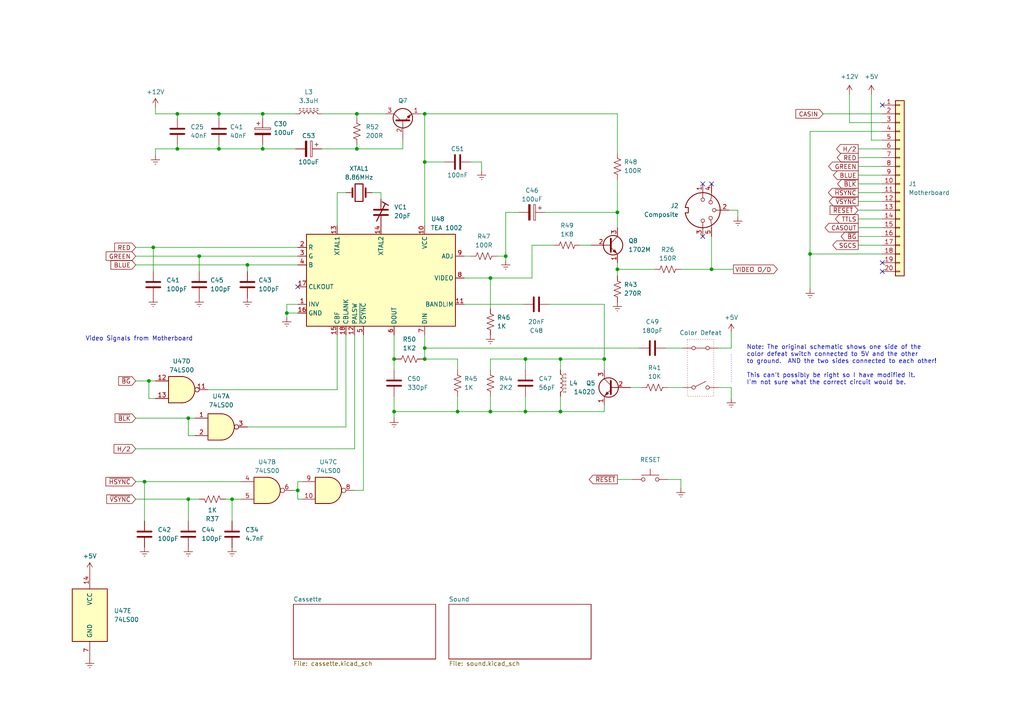
<source format=kicad_sch>
(kicad_sch (version 20230121) (generator eeschema)
  (paper "A4")
  (title_block (title "Dick Smith Cat Linear Board (PAL Version)") (date "1984") (company "Video Technology, Ltd.") (comment 2 "Schematic Redrawn by Rhys Weatherley") (comment 3 "PAL Encoder"))
  (lib_symbols
    (symbol "74xx:74LS00" (pin_names (offset 1.016))
      (property "Reference" "U" (at 0 1.27 0))
      (property "Value" "74LS00" (at 0 -1.27 0))
      (symbol "74LS00_1_1"
        (arc (start 0 -3.81) (mid 3.7934 0) (end 0 3.81) (stroke (width 0.254)) (fill (type background)))
        (polyline (pts (xy 0 3.81) (xy -3.81 3.81) (xy -3.81 -3.81) (xy 0 -3.81)) (stroke (width 0.254)) (fill (type background)))
        (pin input line (at -7.62 2.54 0) (length 3.81) (name "~") (number "1"))
        (pin input line (at -7.62 -2.54 0) (length 3.81) (name "~") (number "2"))
        (pin output inverted (at 7.62 0 180) (length 3.81) (name "~") (number "3"))
      )
      (symbol "74LS00_1_2"
        (arc (start -3.81 -3.81) (mid -2.589 0) (end -3.81 3.81) (stroke (width 0.254)))
        (arc (start -0.6096 -3.81) (mid 2.1842 -2.5851) (end 3.81 0) (stroke (width 0.254)) (fill (type background)))
        (polyline (pts (xy -3.81 -3.81) (xy -0.635 -3.81)) (stroke (width 0.254)) (fill (type background)))
        (polyline (pts (xy -3.81 3.81) (xy -0.635 3.81)) (stroke (width 0.254)) (fill (type background)))
        (polyline (pts (xy -0.635 3.81) (xy -3.81 3.81) (xy -3.81 3.81) (xy -3.556 3.4036) (xy -3.0226 2.2606) (xy -2.6924 1.0414) (xy -2.6162 -0.254) (xy -2.7686 -1.4986) (xy -3.175 -2.7178) (xy -3.81 -3.81) (xy -3.81 -3.81) (xy -0.635 -3.81)) (stroke (width -25.4)) (fill (type background)))
        (arc (start 3.81 0) (mid 2.1915 2.5936) (end -0.6096 3.81) (stroke (width 0.254)) (fill (type background)))
        (pin input inverted (at -7.62 2.54 0) (length 4.318) (name "~") (number "1"))
        (pin input inverted (at -7.62 -2.54 0) (length 4.318) (name "~") (number "2"))
        (pin output line (at 7.62 0 180) (length 3.81) (name "~") (number "3"))
      )
      (symbol "74LS00_2_1"
        (arc (start 0 -3.81) (mid 3.7934 0) (end 0 3.81) (stroke (width 0.254)) (fill (type background)))
        (polyline (pts (xy 0 3.81) (xy -3.81 3.81) (xy -3.81 -3.81) (xy 0 -3.81)) (stroke (width 0.254)) (fill (type background)))
        (pin input line (at -7.62 2.54 0) (length 3.81) (name "~") (number "4"))
        (pin input line (at -7.62 -2.54 0) (length 3.81) (name "~") (number "5"))
        (pin output inverted (at 7.62 0 180) (length 3.81) (name "~") (number "6"))
      )
      (symbol "74LS00_2_2"
        (arc (start -3.81 -3.81) (mid -2.589 0) (end -3.81 3.81) (stroke (width 0.254)))
        (arc (start -0.6096 -3.81) (mid 2.1842 -2.5851) (end 3.81 0) (stroke (width 0.254)) (fill (type background)))
        (polyline (pts (xy -3.81 -3.81) (xy -0.635 -3.81)) (stroke (width 0.254)) (fill (type background)))
        (polyline (pts (xy -3.81 3.81) (xy -0.635 3.81)) (stroke (width 0.254)) (fill (type background)))
        (polyline (pts (xy -0.635 3.81) (xy -3.81 3.81) (xy -3.81 3.81) (xy -3.556 3.4036) (xy -3.0226 2.2606) (xy -2.6924 1.0414) (xy -2.6162 -0.254) (xy -2.7686 -1.4986) (xy -3.175 -2.7178) (xy -3.81 -3.81) (xy -3.81 -3.81) (xy -0.635 -3.81)) (stroke (width -25.4)) (fill (type background)))
        (arc (start 3.81 0) (mid 2.1915 2.5936) (end -0.6096 3.81) (stroke (width 0.254)) (fill (type background)))
        (pin input inverted (at -7.62 2.54 0) (length 4.318) (name "~") (number "4"))
        (pin input inverted (at -7.62 -2.54 0) (length 4.318) (name "~") (number "5"))
        (pin output line (at 7.62 0 180) (length 3.81) (name "~") (number "6"))
      )
      (symbol "74LS00_3_1"
        (arc (start 0 -3.81) (mid 3.7934 0) (end 0 3.81) (stroke (width 0.254)) (fill (type background)))
        (polyline (pts (xy 0 3.81) (xy -3.81 3.81) (xy -3.81 -3.81) (xy 0 -3.81)) (stroke (width 0.254)) (fill (type background)))
        (pin input line (at -7.62 -2.54 0) (length 3.81) (name "~") (number "10"))
        (pin output inverted (at 7.62 0 180) (length 3.81) (name "~") (number "8"))
        (pin input line (at -7.62 2.54 0) (length 3.81) (name "~") (number "9"))
      )
      (symbol "74LS00_3_2"
        (arc (start -3.81 -3.81) (mid -2.589 0) (end -3.81 3.81) (stroke (width 0.254)))
        (arc (start -0.6096 -3.81) (mid 2.1842 -2.5851) (end 3.81 0) (stroke (width 0.254)) (fill (type background)))
        (polyline (pts (xy -3.81 -3.81) (xy -0.635 -3.81)) (stroke (width 0.254)) (fill (type background)))
        (polyline (pts (xy -3.81 3.81) (xy -0.635 3.81)) (stroke (width 0.254)) (fill (type background)))
        (polyline (pts (xy -0.635 3.81) (xy -3.81 3.81) (xy -3.81 3.81) (xy -3.556 3.4036) (xy -3.0226 2.2606) (xy -2.6924 1.0414) (xy -2.6162 -0.254) (xy -2.7686 -1.4986) (xy -3.175 -2.7178) (xy -3.81 -3.81) (xy -3.81 -3.81) (xy -0.635 -3.81)) (stroke (width -25.4)) (fill (type background)))
        (arc (start 3.81 0) (mid 2.1915 2.5936) (end -0.6096 3.81) (stroke (width 0.254)) (fill (type background)))
        (pin input inverted (at -7.62 -2.54 0) (length 4.318) (name "~") (number "10"))
        (pin output line (at 7.62 0 180) (length 3.81) (name "~") (number "8"))
        (pin input inverted (at -7.62 2.54 0) (length 4.318) (name "~") (number "9"))
      )
      (symbol "74LS00_4_1"
        (arc (start 0 -3.81) (mid 3.7934 0) (end 0 3.81) (stroke (width 0.254)) (fill (type background)))
        (polyline (pts (xy 0 3.81) (xy -3.81 3.81) (xy -3.81 -3.81) (xy 0 -3.81)) (stroke (width 0.254)) (fill (type background)))
        (pin output inverted (at 7.62 0 180) (length 3.81) (name "~") (number "11"))
        (pin input line (at -7.62 2.54 0) (length 3.81) (name "~") (number "12"))
        (pin input line (at -7.62 -2.54 0) (length 3.81) (name "~") (number "13"))
      )
      (symbol "74LS00_4_2"
        (arc (start -3.81 -3.81) (mid -2.589 0) (end -3.81 3.81) (stroke (width 0.254)))
        (arc (start -0.6096 -3.81) (mid 2.1842 -2.5851) (end 3.81 0) (stroke (width 0.254)) (fill (type background)))
        (polyline (pts (xy -3.81 -3.81) (xy -0.635 -3.81)) (stroke (width 0.254)) (fill (type background)))
        (polyline (pts (xy -3.81 3.81) (xy -0.635 3.81)) (stroke (width 0.254)) (fill (type background)))
        (polyline (pts (xy -0.635 3.81) (xy -3.81 3.81) (xy -3.81 3.81) (xy -3.556 3.4036) (xy -3.0226 2.2606) (xy -2.6924 1.0414) (xy -2.6162 -0.254) (xy -2.7686 -1.4986) (xy -3.175 -2.7178) (xy -3.81 -3.81) (xy -3.81 -3.81) (xy -0.635 -3.81)) (stroke (width -25.4)) (fill (type background)))
        (arc (start 3.81 0) (mid 2.1915 2.5936) (end -0.6096 3.81) (stroke (width 0.254)) (fill (type background)))
        (pin output line (at 7.62 0 180) (length 3.81) (name "~") (number "11"))
        (pin input inverted (at -7.62 2.54 0) (length 4.318) (name "~") (number "12"))
        (pin input inverted (at -7.62 -2.54 0) (length 4.318) (name "~") (number "13"))
      )
      (symbol "74LS00_5_0"
        (pin power_in line (at 0 12.7 270) (length 5.08) (name "VCC") (number "14"))
        (pin power_in line (at 0 -12.7 90) (length 5.08) (name "GND") (number "7"))
      )
      (symbol "74LS00_5_1"
        (rectangle (start -5.08 7.62) (end 5.08 -7.62) (stroke (width 0.254)) (fill (type background)))
      )
    )
    (symbol "Color_Defeat:Color_Defeat" (pin_names (offset 0) hide)
      (property "Reference" "SW" (at 0 3.81 0))
      (property "Value" "Color Defeat" (at 0 -15.24 0))
      (symbol "Color_Defeat_0_0"
        (circle (center -2.032 -11.43) (radius 0.508))
        (circle (center -2.032 0) (radius 0.508))
        (polyline (pts (xy -1.524 -11.176) (xy 1.524 -9.652)))
        (circle (center 2.032 -11.43) (radius 0.508))
        (circle (center 2.032 0) (radius 0.508))
      )
      (symbol "Color_Defeat_0_1"
        (polyline (pts (xy -1.524 0) (xy 1.524 0)))
      )
      (symbol "Color_Defeat_1_1"
        (rectangle (start -3.81 2.54) (end 3.81 -13.97) (stroke (width 0) (type dot)))
        (pin passive line (at -5.08 0 0) (length 2.54) (name "A") (number ""))
        (pin passive line (at 5.08 0 180) (length 2.54) (name "B") (number ""))
        (pin passive line (at 5.08 -11.43 180) (length 2.54) (name "C") (number ""))
        (pin passive line (at -5.08 -11.43 0) (length 2.54) (name "D") (number ""))
      )
    )
    (symbol "Connector:DIN-5_180degree" (pin_names (offset 1.016))
      (property "Reference" "J" (at 3.175 5.715 0))
      (property "Value" "DIN-5_180degree" (at 0 -6.35 0))
      (symbol "DIN-5_180degree_0_1"
        (arc (start -5.08 0) (mid -3.8609 -3.3364) (end -0.762 -5.08) (stroke (width 0.254)))
        (circle (center -3.048 0) (radius 0.508))
        (circle (center -2.286 2.286) (radius 0.508))
        (polyline (pts (xy -5.08 0) (xy -3.556 0)))
        (polyline (pts (xy 0 5.08) (xy 0 3.81)))
        (polyline (pts (xy 5.08 0) (xy 3.556 0)))
        (polyline (pts (xy -5.08 2.54) (xy -4.318 2.54) (xy -2.794 2.286)))
        (polyline (pts (xy 5.08 2.54) (xy 4.318 2.54) (xy 2.794 2.286)))
        (polyline (pts (xy -0.762 -4.953) (xy -0.762 -4.191) (xy 0.762 -4.191) (xy 0.762 -4.953)) (stroke (width 0.254)))
        (circle (center 0 3.302) (radius 0.508))
        (arc (start 0.762 -5.08) (mid 3.8685 -3.343) (end 5.08 0) (stroke (width 0.254)))
        (circle (center 2.286 2.286) (radius 0.508))
        (circle (center 3.048 0) (radius 0.508))
        (arc (start 5.08 0) (mid 0 5.0579) (end -5.08 0) (stroke (width 0.254)))
      )
      (symbol "DIN-5_180degree_1_1"
        (pin passive line (at -7.62 0 0) (length 2.54) (name "~") (number "1"))
        (pin passive line (at 0 7.62 270) (length 2.54) (name "~") (number "2"))
        (pin passive line (at 7.62 0 180) (length 2.54) (name "~") (number "3"))
        (pin passive line (at -7.62 2.54 0) (length 2.54) (name "~") (number "4"))
        (pin passive line (at 7.62 2.54 180) (length 2.54) (name "~") (number "5"))
      )
    )
    (symbol "Connector_Generic:Conn_01x20" (pin_names (offset 1.016) hide)
      (property "Reference" "J" (at 0 25.4 0))
      (property "Value" "Conn_01x20" (at 0 -27.94 0))
      (symbol "Conn_01x20_1_1"
        (rectangle (start -1.27 -25.273) (end 0 -25.527) (stroke (width 0.1524)))
        (rectangle (start -1.27 -22.733) (end 0 -22.987) (stroke (width 0.1524)))
        (rectangle (start -1.27 -20.193) (end 0 -20.447) (stroke (width 0.1524)))
        (rectangle (start -1.27 -17.653) (end 0 -17.907) (stroke (width 0.1524)))
        (rectangle (start -1.27 -15.113) (end 0 -15.367) (stroke (width 0.1524)))
        (rectangle (start -1.27 -12.573) (end 0 -12.827) (stroke (width 0.1524)))
        (rectangle (start -1.27 -10.033) (end 0 -10.287) (stroke (width 0.1524)))
        (rectangle (start -1.27 -7.493) (end 0 -7.747) (stroke (width 0.1524)))
        (rectangle (start -1.27 -4.953) (end 0 -5.207) (stroke (width 0.1524)))
        (rectangle (start -1.27 -2.413) (end 0 -2.667) (stroke (width 0.1524)))
        (rectangle (start -1.27 0.127) (end 0 -0.127) (stroke (width 0.1524)))
        (rectangle (start -1.27 2.667) (end 0 2.413) (stroke (width 0.1524)))
        (rectangle (start -1.27 5.207) (end 0 4.953) (stroke (width 0.1524)))
        (rectangle (start -1.27 7.747) (end 0 7.493) (stroke (width 0.1524)))
        (rectangle (start -1.27 10.287) (end 0 10.033) (stroke (width 0.1524)))
        (rectangle (start -1.27 12.827) (end 0 12.573) (stroke (width 0.1524)))
        (rectangle (start -1.27 15.367) (end 0 15.113) (stroke (width 0.1524)))
        (rectangle (start -1.27 17.907) (end 0 17.653) (stroke (width 0.1524)))
        (rectangle (start -1.27 20.447) (end 0 20.193) (stroke (width 0.1524)))
        (rectangle (start -1.27 22.987) (end 0 22.733) (stroke (width 0.1524)))
        (rectangle (start -1.27 24.13) (end 1.27 -26.67) (stroke (width 0.254)) (fill (type background)))
        (pin passive line (at -5.08 22.86 0) (length 3.81) (name "Pin_1") (number "1"))
        (pin passive line (at -5.08 0 0) (length 3.81) (name "Pin_10") (number "10"))
        (pin passive line (at -5.08 -2.54 0) (length 3.81) (name "Pin_11") (number "11"))
        (pin passive line (at -5.08 -5.08 0) (length 3.81) (name "Pin_12") (number "12"))
        (pin passive line (at -5.08 -7.62 0) (length 3.81) (name "Pin_13") (number "13"))
        (pin passive line (at -5.08 -10.16 0) (length 3.81) (name "Pin_14") (number "14"))
        (pin passive line (at -5.08 -12.7 0) (length 3.81) (name "Pin_15") (number "15"))
        (pin passive line (at -5.08 -15.24 0) (length 3.81) (name "Pin_16") (number "16"))
        (pin passive line (at -5.08 -17.78 0) (length 3.81) (name "Pin_17") (number "17"))
        (pin passive line (at -5.08 -20.32 0) (length 3.81) (name "Pin_18") (number "18"))
        (pin passive line (at -5.08 -22.86 0) (length 3.81) (name "Pin_19") (number "19"))
        (pin passive line (at -5.08 20.32 0) (length 3.81) (name "Pin_2") (number "2"))
        (pin passive line (at -5.08 -25.4 0) (length 3.81) (name "Pin_20") (number "20"))
        (pin passive line (at -5.08 17.78 0) (length 3.81) (name "Pin_3") (number "3"))
        (pin passive line (at -5.08 15.24 0) (length 3.81) (name "Pin_4") (number "4"))
        (pin passive line (at -5.08 12.7 0) (length 3.81) (name "Pin_5") (number "5"))
        (pin passive line (at -5.08 10.16 0) (length 3.81) (name "Pin_6") (number "6"))
        (pin passive line (at -5.08 7.62 0) (length 3.81) (name "Pin_7") (number "7"))
        (pin passive line (at -5.08 5.08 0) (length 3.81) (name "Pin_8") (number "8"))
        (pin passive line (at -5.08 2.54 0) (length 3.81) (name "Pin_9") (number "9"))
      )
    )
    (symbol "Device:C" (pin_numbers hide) (pin_names (offset 0.254))
      (property "Reference" "C" (at 0.635 2.54 0))
      (property "Value" "C" (at 0.635 -2.54 0))
      (symbol "C_0_1"
        (polyline (pts (xy -2.032 -0.762) (xy 2.032 -0.762)) (stroke (width 0.508)))
        (polyline (pts (xy -2.032 0.762) (xy 2.032 0.762)) (stroke (width 0.508)))
      )
      (symbol "C_1_1"
        (pin passive line (at 0 3.81 270) (length 2.794) (name "~") (number "1"))
        (pin passive line (at 0 -3.81 90) (length 2.794) (name "~") (number "2"))
      )
    )
    (symbol "Device:C_Polarized" (pin_numbers hide) (pin_names (offset 0.254))
      (property "Reference" "C" (at 0.635 2.54 0))
      (property "Value" "C_Polarized" (at 0.635 -2.54 0))
      (symbol "C_Polarized_0_1"
        (rectangle (start -2.286 0.508) (end 2.286 1.016))
        (polyline (pts (xy -1.778 2.286) (xy -0.762 2.286)))
        (polyline (pts (xy -1.27 2.794) (xy -1.27 1.778)))
        (rectangle (start 2.286 -0.508) (end -2.286 -1.016) (fill (type outline)))
      )
      (symbol "C_Polarized_1_1"
        (pin passive line (at 0 3.81 270) (length 2.794) (name "~") (number "1"))
        (pin passive line (at 0 -3.81 90) (length 2.794) (name "~") (number "2"))
      )
    )
    (symbol "Device:C_Trim" (pin_numbers hide) (pin_names (offset 0.254) hide)
      (property "Reference" "C" (at 1.524 -2.032 0))
      (property "Value" "C_Trim" (at 3.048 -3.556 0))
      (symbol "C_Trim_0_1"
        (polyline (pts (xy -2.032 -0.762) (xy 2.032 -0.762)) (stroke (width 0.508)))
        (polyline (pts (xy -2.032 0.762) (xy 2.032 0.762)) (stroke (width 0.508)))
        (polyline (pts (xy 1.27 2.54) (xy -1.27 -2.54)) (stroke (width 0.3048)))
        (polyline (pts (xy 1.27 2.54) (xy 0.381 3.048)) (stroke (width 0.3048)))
        (polyline (pts (xy 1.27 2.54) (xy 2.159 2.032)) (stroke (width 0.3048)))
      )
      (symbol "C_Trim_1_1"
        (pin passive line (at 0 3.81 270) (length 3.048) (name "~") (number "1"))
        (pin passive line (at 0 -3.81 90) (length 3.048) (name "~") (number "2"))
      )
    )
    (symbol "Device:Crystal" (pin_numbers hide) (pin_names (offset 1.016) hide)
      (property "Reference" "Y" (at 0 3.81 0))
      (property "Value" "Crystal" (at 0 -3.81 0))
      (symbol "Crystal_0_1"
        (rectangle (start -1.143 2.54) (end 1.143 -2.54) (stroke (width 0.3048)))
        (polyline (pts (xy -2.54 0) (xy -1.905 0)))
        (polyline (pts (xy -1.905 -1.27) (xy -1.905 1.27)) (stroke (width 0.508)))
        (polyline (pts (xy 1.905 -1.27) (xy 1.905 1.27)) (stroke (width 0.508)))
        (polyline (pts (xy 2.54 0) (xy 1.905 0)))
      )
      (symbol "Crystal_1_1"
        (pin passive line (at -3.81 0 0) (length 1.27) (name "1") (number "1"))
        (pin passive line (at 3.81 0 180) (length 1.27) (name "2") (number "2"))
      )
    )
    (symbol "Device:L_Ferrite" (pin_numbers hide) (pin_names (offset 1.016) hide)
      (property "Reference" "L" (at -1.27 0 90))
      (property "Value" "L_Ferrite" (at 2.794 0 90))
      (symbol "L_Ferrite_0_1"
        (arc (start 0 -2.54) (mid 0.6323 -1.905) (end 0 -1.27))
        (arc (start 0 -1.27) (mid 0.6323 -0.635) (end 0 0))
        (polyline (pts (xy 1.016 -2.794) (xy 1.016 -2.286)))
        (polyline (pts (xy 1.016 -1.778) (xy 1.016 -1.27)))
        (polyline (pts (xy 1.016 -0.762) (xy 1.016 -0.254)))
        (polyline (pts (xy 1.016 0.254) (xy 1.016 0.762)))
        (polyline (pts (xy 1.016 1.27) (xy 1.016 1.778)))
        (polyline (pts (xy 1.016 2.286) (xy 1.016 2.794)))
        (polyline (pts (xy 1.524 -2.286) (xy 1.524 -2.794)))
        (polyline (pts (xy 1.524 -1.27) (xy 1.524 -1.778)))
        (polyline (pts (xy 1.524 -0.254) (xy 1.524 -0.762)))
        (polyline (pts (xy 1.524 0.762) (xy 1.524 0.254)))
        (polyline (pts (xy 1.524 1.778) (xy 1.524 1.27)))
        (polyline (pts (xy 1.524 2.794) (xy 1.524 2.286)))
        (arc (start 0 0) (mid 0.6323 0.635) (end 0 1.27))
        (arc (start 0 1.27) (mid 0.6323 1.905) (end 0 2.54))
      )
      (symbol "L_Ferrite_1_1"
        (pin passive line (at 0 3.81 270) (length 1.27) (name "1") (number "1"))
        (pin passive line (at 0 -3.81 90) (length 1.27) (name "2") (number "2"))
      )
    )
    (symbol "Device:Q_NPN_EBC" (pin_names (offset 0) hide)
      (property "Reference" "Q" (at 5.08 1.27 0))
      (property "Value" "Q_NPN_EBC" (at 5.08 -1.27 0))
      (symbol "Q_NPN_EBC_0_1"
        (polyline (pts (xy 0.635 0.635) (xy 2.54 2.54)))
        (polyline (pts (xy 0.635 -0.635) (xy 2.54 -2.54) (xy 2.54 -2.54)))
        (polyline (pts (xy 0.635 1.905) (xy 0.635 -1.905) (xy 0.635 -1.905)) (stroke (width 0.508)))
        (polyline (pts (xy 1.27 -1.778) (xy 1.778 -1.27) (xy 2.286 -2.286) (xy 1.27 -1.778) (xy 1.27 -1.778)) (fill (type outline)))
        (circle (center 1.27 0) (radius 2.8194) (stroke (width 0.254)))
      )
      (symbol "Q_NPN_EBC_1_1"
        (pin passive line (at 2.54 -5.08 90) (length 2.54) (name "E") (number "1"))
        (pin passive line (at -5.08 0 0) (length 5.715) (name "B") (number "2"))
        (pin passive line (at 2.54 5.08 270) (length 2.54) (name "C") (number "3"))
      )
    )
    (symbol "Device:R_US" (pin_numbers hide) (pin_names (offset 0))
      (property "Reference" "R" (at 2.54 0 90))
      (property "Value" "R_US" (at -2.54 0 90))
      (symbol "R_US_0_1"
        (polyline (pts (xy 0 -2.286) (xy 0 -2.54)))
        (polyline (pts (xy 0 2.286) (xy 0 2.54)))
        (polyline (pts (xy 0 -0.762) (xy 1.016 -1.143) (xy 0 -1.524) (xy -1.016 -1.905) (xy 0 -2.286)))
        (polyline (pts (xy 0 0.762) (xy 1.016 0.381) (xy 0 0) (xy -1.016 -0.381) (xy 0 -0.762)))
        (polyline (pts (xy 0 2.286) (xy 1.016 1.905) (xy 0 1.524) (xy -1.016 1.143) (xy 0 0.762)))
      )
      (symbol "R_US_1_1"
        (pin passive line (at 0 3.81 270) (length 1.27) (name "~") (number "1"))
        (pin passive line (at 0 -3.81 90) (length 1.27) (name "~") (number "2"))
      )
    )
    (symbol "Switch:SW_Push" (pin_numbers hide) (pin_names (offset 1.016) hide)
      (property "Reference" "SW" (at 1.27 2.54 0))
      (property "Value" "SW_Push" (at 0 -1.524 0))
      (symbol "SW_Push_0_1"
        (circle (center -2.032 0) (radius 0.508))
        (polyline (pts (xy 0 1.27) (xy 0 3.048)))
        (polyline (pts (xy 2.54 1.27) (xy -2.54 1.27)))
        (circle (center 2.032 0) (radius 0.508))
        (pin passive line (at -5.08 0 0) (length 2.54) (name "1") (number "1"))
        (pin passive line (at 5.08 0 180) (length 2.54) (name "2") (number "2"))
      )
    )
    (symbol "TEA1002:TEA1002"
      (property "Reference" "U" (at 15.24 3.81 0))
      (property "Value" "TEA1002" (at 17.78 1.27 0))
      (symbol "TEA1002_1_1"
        (rectangle (start -21.59 0) (end 21.59 -26.67) (stroke (width 0.25)) (fill (type background)))
        (pin input line (at -24.13 -20.32 0) (length 2.54) (name "INV") (number "1"))
        (pin power_in line (at 12.7 2.54 270) (length 2.54) (name "VCC") (number "10"))
        (pin input line (at 24.13 -20.32 180) (length 2.54) (name "BANDLIM") (number "11"))
        (pin input line (at -7.62 -29.21 90) (length 2.54) (name "PALSW") (number "12"))
        (pin output line (at -12.7 2.54 270) (length 2.54) (name "XTAL1") (number "13"))
        (pin input line (at 0 2.54 270) (length 2.54) (name "XTAL2") (number "14"))
        (pin input line (at -12.7 -29.21 90) (length 2.54) (name "CBF") (number "15"))
        (pin input line (at -24.13 -22.86 0) (length 2.54) (name "GND") (number "16"))
        (pin output line (at -24.13 -15.24 0) (length 2.54) (name "CLKOUT") (number "17"))
        (pin input line (at -10.16 -29.21 90) (length 2.54) (name "CBLANK") (number "18"))
        (pin input line (at -24.13 -3.81 0) (length 2.54) (name "R") (number "2"))
        (pin input line (at -24.13 -6.35 0) (length 2.54) (name "G") (number "3"))
        (pin input line (at -24.13 -8.89 0) (length 2.54) (name "B") (number "4"))
        (pin input line (at -5.08 -29.21 90) (length 2.54) (name "~{CSYNC}") (number "5"))
        (pin output line (at 3.81 -29.21 90) (length 2.54) (name "DOUT") (number "6"))
        (pin input line (at 12.7 -29.21 90) (length 2.54) (name "DIN") (number "7"))
        (pin output line (at 24.13 -12.7 180) (length 2.54) (name "VIDEO") (number "8"))
        (pin input line (at 24.13 -6.35 180) (length 2.54) (name "ADJ") (number "9"))
      )
    )
    (symbol "power:+12V" (power) (pin_names (offset 0))
      (property "Value" "+12V" (at 0 3.556 0))
      (symbol "+12V_0_1"
        (polyline (pts (xy -0.762 1.27) (xy 0 2.54)))
        (polyline (pts (xy 0 0) (xy 0 2.54)))
        (polyline (pts (xy 0 2.54) (xy 0.762 1.27)))
      )
      (symbol "+12V_1_1"
        (pin power_in line (at 0 0 90) (length 0) hide (name "+12V") (number "1"))
      )
    )
    (symbol "power:+5V" (power) (pin_names (offset 0))
      (property "Value" "+5V" (at 0 3.556 0))
      (symbol "+5V_0_1"
        (polyline (pts (xy -0.762 1.27) (xy 0 2.54)))
        (polyline (pts (xy 0 0) (xy 0 2.54)))
        (polyline (pts (xy 0 2.54) (xy 0.762 1.27)))
      )
      (symbol "+5V_1_1"
        (pin power_in line (at 0 0 90) (length 0) hide (name "+5V") (number "1"))
      )
    )
    (symbol "power:Earth" (power) (pin_names (offset 0))
      (symbol "Earth_0_1"
        (polyline (pts (xy -0.635 -1.905) (xy 0.635 -1.905)))
        (polyline (pts (xy -0.127 -2.54) (xy 0.127 -2.54)))
        (polyline (pts (xy 0 -1.27) (xy 0 0)))
        (polyline (pts (xy 1.27 -1.27) (xy -1.27 -1.27)))
      )
      (symbol "Earth_1_1"
        (pin power_in line (at 0 0 270) (length 0) hide (name "Earth") (number "1"))
      )
    )
  )
  (junction (at 76.2 33.02))
  (junction (at 43.18 110.49))
  (junction (at 57.785 74.295))
  (junction (at 179.07 61.595))
  (junction (at 63.5 33.02))
  (junction (at 63.5 43.18))
  (junction (at 123.19 100.965))
  (junction (at 51.435 43.18))
  (junction (at 51.435 33.02))
  (junction (at 83.185 90.805))
  (junction (at 123.19 33.02))
  (junction (at 152.4 104.14))
  (junction (at 54.61 144.78))
  (junction (at 103.505 33.02))
  (junction (at 179.07 78.105))
  (junction (at 132.715 119.38))
  (junction (at 114.3 119.38))
  (junction (at 142.24 119.38))
  (junction (at 71.755 76.835))
  (junction (at 142.24 80.645))
  (junction (at 44.45 71.755))
  (junction (at 175.26 104.14))
  (junction (at 103.505 43.18))
  (junction (at 162.56 119.38))
  (junction (at 152.4 119.38))
  (junction (at 86.36 142.24))
  (junction (at 76.2 43.18))
  (junction (at 123.19 104.14))
  (junction (at 54.61 121.285))
  (junction (at 123.19 46.99))
  (junction (at 114.3 104.14))
  (junction (at 67.31 144.78))
  (junction (at 41.91 139.7))
  (junction (at 162.56 104.14))
  (junction (at 234.95 73.66))
  (junction (at 146.685 74.295))
  (junction (at 206.375 78.105))
  (no_connect (at 203.835 53.34))
  (no_connect (at 255.905 78.74))
  (no_connect (at 255.905 30.48))
  (no_connect (at 203.835 68.58))
  (no_connect (at 206.375 53.34))
  (no_connect (at 86.36 83.185))
  (no_connect (at 255.905 76.2))
  (wire (pts (xy 76.2 43.18) (xy 85.725 43.18)))
  (wire (pts (xy 97.79 65.405) (xy 97.79 55.88)))
  (wire (pts (xy 146.685 61.595) (xy 146.685 74.295)))
  (wire (pts (xy 248.92 53.34) (xy 255.905 53.34)))
  (wire (pts (xy 152.4 104.14) (xy 152.4 107.315)))
  (wire (pts (xy 111.76 33.02) (xy 103.505 33.02)))
  (wire (pts (xy 234.95 73.66) (xy 255.905 73.66)))
  (wire (pts (xy 175.26 117.475) (xy 175.26 119.38)))
  (wire (pts (xy 142.24 80.645) (xy 154.305 80.645)))
  (wire (pts (xy 206.375 78.105) (xy 212.725 78.105)))
  (wire (pts (xy 86.36 88.265) (xy 83.185 88.265)))
  (wire (pts (xy 57.785 74.295) (xy 86.36 74.295)))
  (wire (pts (xy 41.91 139.7) (xy 69.85 139.7)))
  (wire (pts (xy 150.495 61.595) (xy 146.685 61.595)))
  (wire (pts (xy 234.95 38.1) (xy 234.95 73.66)))
  (wire (pts (xy 146.685 74.295) (xy 146.685 75.565)))
  (wire (pts (xy 134.62 74.295) (xy 136.525 74.295)))
  (wire (pts (xy 39.37 71.755) (xy 44.45 71.755)))
  (wire (pts (xy 139.7 46.99) (xy 139.7 49.53)))
  (wire (pts (xy 97.79 113.03) (xy 97.79 97.155)))
  (wire (pts (xy 136.525 46.99) (xy 139.7 46.99)))
  (wire (pts (xy 110.49 57.785) (xy 110.49 55.88)))
  (wire (pts (xy 114.3 97.155) (xy 114.3 104.14)))
  (wire (pts (xy 123.19 100.965) (xy 185.42 100.965)))
  (wire (pts (xy 86.36 142.24) (xy 86.36 139.7)))
  (wire (pts (xy 134.62 80.645) (xy 142.24 80.645)))
  (wire (pts (xy 162.56 119.38) (xy 152.4 119.38)))
  (wire (pts (xy 252.73 27.305) (xy 252.73 40.64)))
  (wire (pts (xy 39.37 110.49) (xy 43.18 110.49)))
  (wire (pts (xy 54.61 121.285) (xy 56.515 121.285)))
  (wire (pts (xy 248.92 55.88) (xy 255.905 55.88)))
  (wire (pts (xy 175.26 104.14) (xy 175.26 107.315)))
  (wire (pts (xy 103.505 41.91) (xy 103.505 43.18)))
  (wire (pts (xy 71.755 76.835) (xy 86.36 76.835)))
  (wire (pts (xy 63.5 33.02) (xy 63.5 34.29)))
  (wire (pts (xy 71.755 123.825) (xy 100.33 123.825)))
  (wire (pts (xy 179.07 61.595) (xy 179.07 66.04)))
  (wire (pts (xy 39.37 76.835) (xy 71.755 76.835)))
  (wire (pts (xy 159.385 88.265) (xy 175.26 88.265)))
  (wire (pts (xy 103.505 33.02) (xy 103.505 34.29)))
  (wire (pts (xy 208.28 112.395) (xy 212.09 112.395)))
  (wire (pts (xy 179.07 139.065) (xy 183.515 139.065)))
  (wire (pts (xy 45.085 31.115) (xy 45.085 33.02)))
  (wire (pts (xy 76.2 33.02) (xy 76.2 34.29)))
  (wire (pts (xy 152.4 104.14) (xy 162.56 104.14)))
  (wire (pts (xy 86.36 139.7) (xy 87.63 139.7)))
  (wire (pts (xy 43.18 110.49) (xy 45.085 110.49)))
  (wire (pts (xy 51.435 33.02) (xy 63.5 33.02)))
  (wire (pts (xy 44.45 71.755) (xy 44.45 78.74)))
  (wire (pts (xy 208.28 100.965) (xy 212.09 100.965)))
  (wire (pts (xy 45.085 45.085) (xy 45.085 43.18)))
  (wire (pts (xy 212.09 112.395) (xy 212.09 115.57)))
  (wire (pts (xy 142.24 119.38) (xy 132.715 119.38)))
  (wire (pts (xy 57.785 74.295) (xy 57.785 78.74)))
  (wire (pts (xy 168.275 71.12) (xy 171.45 71.12)))
  (wire (pts (xy 54.61 144.78) (xy 57.785 144.78)))
  (wire (pts (xy 86.36 144.78) (xy 86.36 142.24)))
  (wire (pts (xy 197.485 139.065) (xy 197.485 141.605)))
  (wire (pts (xy 39.37 130.175) (xy 102.87 130.175)))
  (wire (pts (xy 193.675 139.065) (xy 197.485 139.065)))
  (wire (pts (xy 63.5 43.18) (xy 76.2 43.18)))
  (wire (pts (xy 182.88 112.395) (xy 186.055 112.395)))
  (wire (pts (xy 67.31 144.78) (xy 67.31 151.13)))
  (wire (pts (xy 60.325 113.03) (xy 97.79 113.03)))
  (wire (pts (xy 85.09 142.24) (xy 86.36 142.24)))
  (wire (pts (xy 41.91 139.7) (xy 41.91 151.13)))
  (wire (pts (xy 179.07 76.2) (xy 179.07 78.105)))
  (wire (pts (xy 45.085 115.57) (xy 43.18 115.57)))
  (wire (pts (xy 162.56 104.14) (xy 175.26 104.14)))
  (wire (pts (xy 248.92 58.42) (xy 255.905 58.42)))
  (wire (pts (xy 54.61 144.78) (xy 54.61 151.13)))
  (wire (pts (xy 76.2 33.02) (xy 85.725 33.02)))
  (wire (pts (xy 93.345 33.02) (xy 103.505 33.02)))
  (wire (pts (xy 132.715 119.38) (xy 114.3 119.38)))
  (wire (pts (xy 56.515 126.365) (xy 54.61 126.365)))
  (wire (pts (xy 179.07 52.07) (xy 179.07 61.595)))
  (wire (pts (xy 67.31 144.78) (xy 69.85 144.78)))
  (wire (pts (xy 179.07 78.105) (xy 189.865 78.105)))
  (wire (pts (xy 65.405 144.78) (xy 67.31 144.78)))
  (wire (pts (xy 51.435 43.18) (xy 63.5 43.18)))
  (wire (pts (xy 114.3 119.38) (xy 114.3 121.285)))
  (wire (pts (xy 116.84 43.18) (xy 116.84 40.64)))
  (wire (pts (xy 248.92 43.18) (xy 255.905 43.18)))
  (wire (pts (xy 83.185 88.265) (xy 83.185 90.805)))
  (wire (pts (xy 39.37 74.295) (xy 57.785 74.295)))
  (wire (pts (xy 175.26 119.38) (xy 162.56 119.38)))
  (wire (pts (xy 97.79 55.88) (xy 100.33 55.88)))
  (wire (pts (xy 248.92 60.96) (xy 255.905 60.96)))
  (wire (pts (xy 114.3 114.935) (xy 114.3 119.38)))
  (wire (pts (xy 132.715 104.14) (xy 123.19 104.14)))
  (wire (pts (xy 123.19 46.99) (xy 128.905 46.99)))
  (wire (pts (xy 212.09 96.52) (xy 212.09 100.965)))
  (wire (pts (xy 105.41 97.155) (xy 105.41 142.24)))
  (wire (pts (xy 248.92 48.26) (xy 255.905 48.26)))
  (wire (pts (xy 123.19 46.99) (xy 123.19 33.02)))
  (wire (pts (xy 154.305 80.645) (xy 154.305 71.12)))
  (wire (pts (xy 234.95 73.66) (xy 234.95 83.82)))
  (wire (pts (xy 102.87 130.175) (xy 102.87 97.155)))
  (wire (pts (xy 246.38 27.305) (xy 246.38 35.56)))
  (wire (pts (xy 197.485 78.105) (xy 206.375 78.105)))
  (wire (pts (xy 100.33 123.825) (xy 100.33 97.155)))
  (wire (pts (xy 162.56 104.14) (xy 162.56 107.315)))
  (wire (pts (xy 248.92 68.58) (xy 255.905 68.58)))
  (wire (pts (xy 132.715 114.935) (xy 132.715 119.38)))
  (wire (pts (xy 39.37 144.78) (xy 54.61 144.78)))
  (wire (pts (xy 45.085 33.02) (xy 51.435 33.02)))
  (wire (pts (xy 193.675 112.395) (xy 198.12 112.395)))
  (wire (pts (xy 154.305 71.12) (xy 160.655 71.12)))
  (wire (pts (xy 162.56 114.935) (xy 162.56 119.38)))
  (wire (pts (xy 121.92 33.02) (xy 123.19 33.02)))
  (wire (pts (xy 122.555 104.14) (xy 123.19 104.14)))
  (wire (pts (xy 39.37 121.285) (xy 54.61 121.285)))
  (wire (pts (xy 179.07 33.02) (xy 179.07 44.45)))
  (wire (pts (xy 134.62 88.265) (xy 151.765 88.265)))
  (wire (pts (xy 43.18 115.57) (xy 43.18 110.49)))
  (wire (pts (xy 51.435 41.91) (xy 51.435 43.18)))
  (wire (pts (xy 132.715 107.315) (xy 132.715 104.14)))
  (wire (pts (xy 248.92 63.5) (xy 255.905 63.5)))
  (wire (pts (xy 246.38 35.56) (xy 255.905 35.56)))
  (wire (pts (xy 83.185 90.805) (xy 86.36 90.805)))
  (wire (pts (xy 102.87 142.24) (xy 105.41 142.24)))
  (wire (pts (xy 175.26 88.265) (xy 175.26 104.14)))
  (wire (pts (xy 63.5 41.91) (xy 63.5 43.18)))
  (wire (pts (xy 238.76 33.02) (xy 255.905 33.02)))
  (wire (pts (xy 71.755 76.835) (xy 71.755 78.74)))
  (wire (pts (xy 63.5 33.02) (xy 76.2 33.02)))
  (wire (pts (xy 51.435 33.02) (xy 51.435 34.29)))
  (wire (pts (xy 234.95 38.1) (xy 255.905 38.1)))
  (wire (pts (xy 123.19 97.155) (xy 123.19 100.965)))
  (wire (pts (xy 142.24 80.645) (xy 142.24 89.535)))
  (wire (pts (xy 152.4 114.935) (xy 152.4 119.38)))
  (wire (pts (xy 144.145 74.295) (xy 146.685 74.295)))
  (wire (pts (xy 213.995 60.96) (xy 213.995 62.865)))
  (wire (pts (xy 142.24 104.14) (xy 152.4 104.14)))
  (wire (pts (xy 83.185 90.805) (xy 83.185 92.075)))
  (wire (pts (xy 252.73 40.64) (xy 255.905 40.64)))
  (wire (pts (xy 206.375 68.58) (xy 206.375 78.105)))
  (wire (pts (xy 44.45 71.755) (xy 86.36 71.755)))
  (wire (pts (xy 114.935 104.14) (xy 114.3 104.14)))
  (wire (pts (xy 93.345 43.18) (xy 103.505 43.18)))
  (wire (pts (xy 76.2 41.91) (xy 76.2 43.18)))
  (wire (pts (xy 193.04 100.965) (xy 198.12 100.965)))
  (wire (pts (xy 248.92 71.12) (xy 255.905 71.12)))
  (polyline (pts (xy 212.09 102.87) (xy 212.09 111.125)) (stroke (width 0) (type dot)))
  (wire (pts (xy 248.92 50.8) (xy 255.905 50.8)))
  (wire (pts (xy 142.24 107.315) (xy 142.24 104.14)))
  (wire (pts (xy 107.95 55.88) (xy 110.49 55.88)))
  (wire (pts (xy 248.92 45.72) (xy 255.905 45.72)))
  (wire (pts (xy 142.24 114.935) (xy 142.24 119.38)))
  (wire (pts (xy 114.3 104.14) (xy 114.3 107.315)))
  (wire (pts (xy 248.92 66.04) (xy 255.905 66.04)))
  (wire (pts (xy 39.37 139.7) (xy 41.91 139.7)))
  (wire (pts (xy 123.19 65.405) (xy 123.19 46.99)))
  (wire (pts (xy 45.085 43.18) (xy 51.435 43.18)))
  (wire (pts (xy 54.61 126.365) (xy 54.61 121.285)))
  (wire (pts (xy 211.455 60.96) (xy 213.995 60.96)))
  (wire (pts (xy 123.19 104.14) (xy 123.19 100.965)))
  (wire (pts (xy 123.19 33.02) (xy 179.07 33.02)))
  (wire (pts (xy 179.07 78.105) (xy 179.07 80.01)))
  (wire (pts (xy 87.63 144.78) (xy 86.36 144.78)))
  (wire (pts (xy 158.115 61.595) (xy 179.07 61.595)))
  (wire (pts (xy 152.4 119.38) (xy 142.24 119.38)))
  (wire (pts (xy 103.505 43.18) (xy 116.84 43.18)))
  (text "Video Signals from Motherboard" (at 24.765 99.06 0) (effects (font (size 1.27 1.27)) (justify left bottom)))
  (text "Note: The original schematic shows one side of the\ncolor defeat switch connected to 5V and the other\nto ground.  AND the two sides connected to each other!\n\nThis can't possibly be right so I have modified it.\nI'm not sure what the correct circuit would be." (at 216.535 111.76 0) (effects (font (size 1.27 1.27)) (justify left bottom)))
  (global_label "~{BG}" (shape output) (at 248.92 68.58 180) (property "Intersheetrefs" "${INTERSHEET_REFS}" (effects hide)))
  (global_label "~{HSYNC}" (shape input) (at 39.37 139.7 180) (property "Intersheetrefs" "${INTERSHEET_REFS}" (effects hide)))
  (global_label "RED" (shape output) (at 248.92 45.72 180) (property "Intersheetrefs" "${INTERSHEET_REFS}" (effects hide)))
  (global_label "CASOUT" (shape output) (at 248.92 66.04 180) (property "Intersheetrefs" "${INTERSHEET_REFS}" (effects hide)))
  (global_label "~{BG}" (shape input) (at 39.37 110.49 180) (property "Intersheetrefs" "${INTERSHEET_REFS}" (effects hide)))
  (global_label "BLUE" (shape input) (at 39.37 76.835 180) (property "Intersheetrefs" "${INTERSHEET_REFS}" (effects hide)))
  (global_label "SGCS" (shape output) (at 248.92 71.12 180) (property "Intersheetrefs" "${INTERSHEET_REFS}" (effects hide)))
  (global_label "TTLS" (shape output) (at 248.92 63.5 180) (property "Intersheetrefs" "${INTERSHEET_REFS}" (effects hide)))
  (global_label "GREEN" (shape output) (at 248.92 48.26 180) (property "Intersheetrefs" "${INTERSHEET_REFS}" (effects hide)))
  (global_label "H{slash}2" (shape output) (at 248.92 43.18 180) (property "Intersheetrefs" "${INTERSHEET_REFS}" (effects hide)))
  (global_label "VIDEO O{slash}D" (shape output) (at 212.725 78.105 0) (property "Intersheetrefs" "${INTERSHEET_REFS}" (effects hide)))
  (global_label "~{BLK}" (shape input) (at 39.37 121.285 180) (property "Intersheetrefs" "${INTERSHEET_REFS}" (effects hide)))
  (global_label "~{VSYNC}" (shape input) (at 39.37 144.78 180) (property "Intersheetrefs" "${INTERSHEET_REFS}" (effects hide)))
  (global_label "RED" (shape input) (at 39.37 71.755 180) (property "Intersheetrefs" "${INTERSHEET_REFS}" (effects hide)))
  (global_label "~{RESET}" (shape output) (at 179.07 139.065 180) (property "Intersheetrefs" "${INTERSHEET_REFS}" (effects hide)))
  (global_label "~{RESET}" (shape input) (at 248.92 60.96 180) (property "Intersheetrefs" "${INTERSHEET_REFS}" (effects hide)))
  (global_label "BLUE" (shape output) (at 248.92 50.8 180) (property "Intersheetrefs" "${INTERSHEET_REFS}" (effects hide)))
  (global_label "H{slash}2" (shape input) (at 39.37 130.175 180) (property "Intersheetrefs" "${INTERSHEET_REFS}" (effects hide)))
  (global_label "~{VSYNC}" (shape output) (at 248.92 58.42 180) (property "Intersheetrefs" "${INTERSHEET_REFS}" (effects hide)))
  (global_label "~{BLK}" (shape output) (at 248.92 53.34 180) (property "Intersheetrefs" "${INTERSHEET_REFS}" (effects hide)))
  (global_label "GREEN" (shape input) (at 39.37 74.295 180) (property "Intersheetrefs" "${INTERSHEET_REFS}" (effects hide)))
  (global_label "~{HSYNC}" (shape output) (at 248.92 55.88 180) (property "Intersheetrefs" "${INTERSHEET_REFS}" (effects hide)))
  (global_label "CASIN" (shape input) (at 238.76 33.02 180) (property "Intersheetrefs" "${INTERSHEET_REFS}" (effects hide)))
  (symbol (lib_id "Device:C_Polarized") (at 89.535 43.18 270) (unit 1)
    (property "Reference" "C53" (at 89.535 39.37 90))
    (property "Value" "100uF" (at 89.535 46.99 90))
  )
  (symbol (lib_id "power:Earth") (at 142.24 97.155 0) (unit 1)
    (property "Reference" "#PWR013" (effects hide))
    (property "Value" "Earth" (effects hide))
  )
  (symbol (lib_id "Device:Q_NPN_EBC") (at 116.84 35.56 90) (unit 1)
    (property "Reference" "Q7" (at 116.84 29.21 90))
    (property "Value" "~" (at 116.84 29.21 90))
    (property "Footprint" "Package_TO_SOT_THT:TO-92L_Inline" (effects hide))
  )
  (symbol (lib_id "Device:R_US") (at 132.715 111.125 0) (unit 1)
    (property "Reference" "R45" (at 134.62 109.855 0) (effects (justify left)))
    (property "Value" "1K" (at 134.62 112.395 0) (effects (justify left)))
    (property "Footprint" "Resistor_THT:R_Axial_DIN0207_L6.3mm_D2.5mm_P7.62mm_Horizontal" (effects hide))
  )
  (symbol (lib_id "power:Earth") (at 179.07 87.63 0) (unit 1)
    (property "Reference" "#PWR014" (effects hide))
    (property "Value" "Earth" (effects hide))
  )
  (symbol (lib_id "Device:Q_NPN_EBC") (at 177.8 112.395 0) (mirror y) (unit 1)
    (property "Reference" "Q5" (at 172.72 111.125 0) (effects (justify left)))
    (property "Value" "1402D" (at 172.72 113.665 0) (effects (justify left)))
    (property "Footprint" "Package_TO_SOT_THT:TO-92L_Inline" (effects hide))
  )
  (symbol (lib_id "74xx:74LS00") (at 64.135 123.825 0) (unit 1)
    (property "Reference" "U47" (at 64.1267 114.935 0))
    (property "Value" "74LS00" (at 64.1267 117.475 0))
    (property "Footprint" "Package_DIP:DIP-14_W7.62mm" (effects hide))
    (property "Datasheet" "http://www.ti.com/lit/gpn/sn74ls00" (effects hide))
  )
  (symbol (lib_id "power:Earth") (at 83.185 92.075 0) (unit 1)
    (property "Reference" "#PWR04" (effects hide))
    (property "Value" "Earth" (effects hide))
  )
  (symbol (lib_id "power:+5V") (at 212.09 96.52 0) (unit 1)
    (property "Reference" "#PWR022" (effects hide))
    (property "Value" "+5V" (at 212.09 92.075 0))
  )
  (symbol (lib_id "Device:C") (at 71.755 82.55 0) (unit 1)
    (property "Reference" "C43" (at 74.93 81.28 0) (effects (justify left)))
    (property "Value" "100pF" (at 74.93 83.82 0) (effects (justify left)))
    (property "Footprint" "Capacitor_THT:C_Disc_D5.0mm_W2.5mm_P5.00mm" (effects hide))
  )
  (symbol (lib_id "74xx:74LS00") (at 26.035 178.435 0) (unit 5)
    (property "Reference" "U47" (at 33.02 177.165 0) (effects (justify left)))
    (property "Value" "74LS00" (at 33.02 179.705 0) (effects (justify left)))
    (property "Footprint" "Package_DIP:DIP-14_W7.62mm" (effects hide))
    (property "Datasheet" "http://www.ti.com/lit/gpn/sn74ls00" (effects hide))
  )
  (symbol (lib_id "power:Earth") (at 26.035 191.135 0) (unit 1)
    (property "Reference" "#PWR05" (effects hide))
    (property "Value" "Earth" (effects hide))
  )
  (symbol (lib_id "Device:C") (at 41.91 154.94 0) (unit 1)
    (property "Reference" "C42" (at 45.72 153.67 0) (effects (justify left)))
    (property "Value" "100pF" (at 45.72 156.21 0) (effects (justify left)))
    (property "Footprint" "Capacitor_THT:C_Disc_D5.0mm_W2.5mm_P5.00mm" (effects hide))
  )
  (symbol (lib_id "Device:R_US") (at 118.745 104.14 90) (unit 1)
    (property "Reference" "R50" (at 118.745 98.425 90))
    (property "Value" "1K2" (at 118.745 100.965 90))
    (property "Footprint" "Resistor_THT:R_Axial_DIN0207_L6.3mm_D2.5mm_P7.62mm_Horizontal" (effects hide))
  )
  (symbol (lib_id "power:Earth") (at 234.95 83.82 0) (unit 1)
    (property "Reference" "#PWR019" (effects hide))
    (property "Value" "Earth" (effects hide))
  )
  (symbol (lib_id "Device:Q_NPN_EBC") (at 176.53 71.12 0) (unit 1)
    (property "Reference" "Q8" (at 182.245 69.85 0) (effects (justify left)))
    (property "Value" "1702M" (at 182.245 72.39 0) (effects (justify left)))
    (property "Footprint" "Package_TO_SOT_THT:TO-92L_Inline" (effects hide))
  )
  (symbol (lib_id "Switch:SW_Push") (at 188.595 139.065 0) (unit 1)
    (property "Reference" "SW1" (effects hide))
    (property "Value" "RESET" (at 188.595 133.35 0))
  )
  (symbol (lib_id "power:+12V") (at 246.38 27.305 0) (unit 1)
    (property "Reference" "#PWR020" (effects hide))
    (property "Value" "+12V" (at 246.38 22.225 0))
  )
  (symbol (lib_id "Device:C") (at 44.45 82.55 0) (unit 1)
    (property "Reference" "C41" (at 48.26 81.28 0) (effects (justify left)))
    (property "Value" "100pF" (at 48.26 83.82 0) (effects (justify left)))
    (property "Footprint" "Capacitor_THT:C_Disc_D5.0mm_W2.5mm_P5.00mm" (effects hide))
  )
  (symbol (lib_id "power:Earth") (at 71.755 86.36 0) (unit 1)
    (property "Reference" "#PWR03" (effects hide))
    (property "Value" "Earth" (effects hide))
  )
  (symbol (lib_id "Device:R_US") (at 140.335 74.295 90) (unit 1)
    (property "Reference" "R47" (at 140.335 68.58 90))
    (property "Value" "100R" (at 140.335 71.12 90))
    (property "Footprint" "Resistor_THT:R_Axial_DIN0207_L6.3mm_D2.5mm_P7.62mm_Horizontal" (effects hide))
  )
  (symbol (lib_id "Device:R_US") (at 179.07 48.26 0) (unit 1)
    (property "Reference" "R48" (at 180.975 46.99 0) (effects (justify left)))
    (property "Value" "100R" (at 180.975 49.53 0) (effects (justify left)))
    (property "Footprint" "Resistor_THT:R_Axial_DIN0207_L6.3mm_D2.5mm_P7.62mm_Horizontal" (effects hide))
  )
  (symbol (lib_id "Device:C_Polarized") (at 154.305 61.595 270) (unit 1)
    (property "Reference" "C46" (at 154.305 55.245 90))
    (property "Value" "100uF" (at 154.305 57.785 90))
  )
  (symbol (lib_id "power:Earth") (at 45.085 45.085 0) (unit 1)
    (property "Reference" "#PWR017" (effects hide))
    (property "Value" "Earth" (effects hide))
  )
  (symbol (lib_id "Device:C") (at 152.4 111.125 0) (unit 1)
    (property "Reference" "C47" (at 156.21 109.855 0) (effects (justify left)))
    (property "Value" "56pF" (at 156.21 112.395 0) (effects (justify left)))
    (property "Footprint" "Capacitor_THT:C_Disc_D5.0mm_W2.5mm_P5.00mm" (effects hide))
  )
  (symbol (lib_id "power:Earth") (at 57.785 86.36 0) (unit 1)
    (property "Reference" "#PWR02" (effects hide))
    (property "Value" "Earth" (effects hide))
  )
  (symbol (lib_id "Device:C") (at 57.785 82.55 0) (unit 1)
    (property "Reference" "C45" (at 60.96 81.28 0) (effects (justify left)))
    (property "Value" "100pF" (at 60.96 83.82 0) (effects (justify left)))
    (property "Footprint" "Capacitor_THT:C_Disc_D5.0mm_W2.5mm_P5.00mm" (effects hide))
  )
  (symbol (lib_id "Connector_Generic:Conn_01x20") (at 260.985 53.34 0) (unit 1)
    (property "Reference" "J1" (at 263.525 53.34 0) (effects (justify left)))
    (property "Value" "Motherboard" (at 263.525 55.88 0) (effects (justify left)))
  )
  (symbol (lib_id "74xx:74LS00") (at 95.25 142.24 0) (unit 3)
    (property "Reference" "U47" (at 95.2417 133.985 0))
    (property "Value" "74LS00" (at 95.2417 136.525 0))
    (property "Footprint" "Package_DIP:DIP-14_W7.62mm" (effects hide))
    (property "Datasheet" "http://www.ti.com/lit/gpn/sn74ls00" (effects hide))
  )
  (symbol (lib_id "74xx:74LS00") (at 77.47 142.24 0) (unit 2)
    (property "Reference" "U47" (at 77.4617 133.985 0))
    (property "Value" "74LS00" (at 77.4617 136.525 0))
    (property "Footprint" "Package_DIP:DIP-14_W7.62mm" (effects hide))
    (property "Datasheet" "http://www.ti.com/lit/gpn/sn74ls00" (effects hide))
  )
  (symbol (lib_id "Device:C") (at 67.31 154.94 0) (unit 1)
    (property "Reference" "C34" (at 71.12 153.67 0) (effects (justify left)))
    (property "Value" "4.7nF" (at 71.12 156.21 0) (effects (justify left)))
    (property "Footprint" "Capacitor_THT:C_Disc_D5.0mm_W2.5mm_P5.00mm" (effects hide))
  )
  (symbol (lib_id "Device:R_US") (at 142.24 93.345 0) (unit 1)
    (property "Reference" "R46" (at 144.145 92.075 0) (effects (justify left)))
    (property "Value" "1K" (at 144.145 94.615 0) (effects (justify left)))
    (property "Footprint" "Resistor_THT:R_Axial_DIN0207_L6.3mm_D2.5mm_P7.62mm_Horizontal" (effects hide))
  )
  (symbol (lib_id "power:Earth") (at 212.09 115.57 0) (unit 1)
    (property "Reference" "#PWR011" (effects hide))
    (property "Value" "Earth" (effects hide))
  )
  (symbol (lib_id "Device:R_US") (at 61.595 144.78 90) (mirror x) (unit 1)
    (property "Reference" "R37" (at 61.595 150.495 90))
    (property "Value" "1K" (at 61.595 147.955 90))
    (property "Footprint" "Resistor_THT:R_Axial_DIN0207_L6.3mm_D2.5mm_P7.62mm_Horizontal" (effects hide))
  )
  (symbol (lib_id "Device:L_Ferrite") (at 89.535 33.02 90) (unit 1)
    (property "Reference" "L3" (at 89.535 26.67 90))
    (property "Value" "3.3uH" (at 89.535 29.21 90))
  )
  (symbol (lib_id "Device:C") (at 132.715 46.99 90) (mirror x) (unit 1)
    (property "Reference" "C51" (at 132.715 43.18 90))
    (property "Value" "100nF" (at 132.715 50.8 90))
    (property "Footprint" "Capacitor_THT:C_Disc_D5.0mm_W2.5mm_P5.00mm" (effects hide))
  )
  (symbol (lib_id "power:Earth") (at 197.485 141.605 0) (unit 1)
    (property "Reference" "#PWR018" (effects hide))
    (property "Value" "Earth" (effects hide))
  )
  (symbol (lib_id "Device:R_US") (at 193.675 78.105 90) (unit 1)
    (property "Reference" "R26" (at 193.675 72.39 90))
    (property "Value" "150R" (at 193.675 74.93 90))
    (property "Footprint" "Resistor_THT:R_Axial_DIN0207_L6.3mm_D2.5mm_P7.62mm_Horizontal" (effects hide))
  )
  (symbol (lib_id "Device:C_Polarized") (at 76.2 38.1 0) (unit 1)
    (property "Reference" "C30" (at 79.375 35.941 0) (effects (justify left)))
    (property "Value" "100uF" (at 79.375 38.481 0) (effects (justify left)))
  )
  (symbol (lib_id "TEA1002:TEA1002") (at 110.49 67.945 0) (unit 1)
    (property "Reference" "U48" (at 127 63.5 0))
    (property "Value" "TEA 1002" (at 129.54 66.0969 0))
    (property "Footprint" "Package_DIP:DIP-18_W7.62mm" (effects hide))
  )
  (symbol (lib_id "power:Earth") (at 67.31 158.75 0) (unit 1)
    (property "Reference" "#PWR09" (effects hide))
    (property "Value" "Earth" (effects hide))
  )
  (symbol (lib_id "power:Earth") (at 54.61 158.75 0) (unit 1)
    (property "Reference" "#PWR08" (effects hide))
    (property "Value" "Earth" (effects hide))
  )
  (symbol (lib_id "Device:R_US") (at 179.07 83.82 0) (unit 1)
    (property "Reference" "R43" (at 180.975 82.55 0) (effects (justify left)))
    (property "Value" "270R" (at 180.975 85.09 0) (effects (justify left)))
    (property "Footprint" "Resistor_THT:R_Axial_DIN0207_L6.3mm_D2.5mm_P7.62mm_Horizontal" (effects hide))
  )
  (symbol (lib_id "Device:L_Ferrite") (at 162.56 111.125 0) (unit 1)
    (property "Reference" "L4" (at 165.1 111.125 0) (effects (justify left)))
    (property "Value" "L_Ferrite" (effects hide))
  )
  (symbol (lib_id "Device:R_US") (at 189.865 112.395 90) (unit 1)
    (property "Reference" "R41" (at 189.865 106.68 90))
    (property "Value" "10K" (at 189.865 109.22 90))
    (property "Footprint" "Resistor_THT:R_Axial_DIN0207_L6.3mm_D2.5mm_P7.62mm_Horizontal" (effects hide))
  )
  (symbol (lib_id "Device:Crystal") (at 104.14 55.88 0) (unit 1)
    (property "Reference" "XTAL1" (at 104.14 48.895 0))
    (property "Value" "8.86MHz" (at 104.14 51.435 0))
  )
  (symbol (lib_id "Device:C") (at 189.23 100.965 90) (unit 1)
    (property "Reference" "C49" (at 189.23 93.345 90))
    (property "Value" "180pF" (at 189.23 95.885 90))
    (property "Footprint" "Capacitor_THT:C_Disc_D5.0mm_W2.5mm_P5.00mm" (effects hide))
  )
  (symbol (lib_id "power:Earth") (at 44.45 86.36 0) (unit 1)
    (property "Reference" "#PWR01" (effects hide))
    (property "Value" "Earth" (effects hide))
  )
  (symbol (lib_id "Device:R_US") (at 164.465 71.12 90) (unit 1)
    (property "Reference" "R49" (at 164.465 65.405 90))
    (property "Value" "1K8" (at 164.465 67.945 90))
    (property "Footprint" "Resistor_THT:R_Axial_DIN0207_L6.3mm_D2.5mm_P7.62mm_Horizontal" (effects hide))
  )
  (symbol (lib_id "power:Earth") (at 41.91 158.75 0) (unit 1)
    (property "Reference" "#PWR07" (effects hide))
    (property "Value" "Earth" (effects hide))
  )
  (symbol (lib_id "power:+12V") (at 45.085 31.115 0) (unit 1)
    (property "Reference" "#PWR016" (effects hide))
    (property "Value" "+12V" (at 45.085 26.67 0))
  )
  (symbol (lib_id "Color_Defeat:Color_Defeat") (at 203.2 100.965 0) (unit 1)
    (property "Reference" "SW900" (effects hide))
    (property "Value" "Color Defeat" (at 203.2 96.52 0))
  )
  (symbol (lib_id "power:+5V") (at 26.035 165.735 0) (unit 1)
    (property "Reference" "#PWR06" (effects hide))
    (property "Value" "+5V" (at 26.035 161.29 0))
  )
  (symbol (lib_id "Device:R_US") (at 103.505 38.1 0) (unit 1)
    (property "Reference" "R52" (at 106.045 36.83 0) (effects (justify left)))
    (property "Value" "200R" (at 106.045 39.37 0) (effects (justify left)))
    (property "Footprint" "Resistor_THT:R_Axial_DIN0207_L6.3mm_D2.5mm_P7.62mm_Horizontal" (effects hide))
  )
  (symbol (lib_id "power:Earth") (at 139.7 49.53 0) (unit 1)
    (property "Reference" "#PWR015" (effects hide))
    (property "Value" "Earth" (effects hide))
  )
  (symbol (lib_id "Connector:DIN-5_180degree") (at 203.835 60.96 270) (unit 1)
    (property "Reference" "J2" (at 196.85 59.6901 90) (effects (justify right)))
    (property "Value" "Composite" (at 196.85 62.2301 90) (effects (justify right)))
    (property "Datasheet" "http://www.mouser.com/ds/2/18/40_c091_abd_e-75918.pdf" (effects hide))
  )
  (symbol (lib_id "Device:C_Trim") (at 110.49 61.595 0) (unit 1)
    (property "Reference" "VC1" (at 114.3 60.071 0) (effects (justify left)))
    (property "Value" "20pF" (at 114.3 62.611 0) (effects (justify left)))
  )
  (symbol (lib_id "Device:C") (at 51.435 38.1 0) (unit 1)
    (property "Reference" "C25" (at 55.245 36.83 0) (effects (justify left)))
    (property "Value" "40nF" (at 55.245 39.37 0) (effects (justify left)))
    (property "Footprint" "Capacitor_THT:C_Disc_D5.0mm_W2.5mm_P5.00mm" (effects hide))
  )
  (symbol (lib_id "Device:C") (at 63.5 38.1 0) (unit 1)
    (property "Reference" "C41" (at 66.675 36.83 0) (effects (justify left)))
    (property "Value" "40nF" (at 66.675 39.37 0) (effects (justify left)))
    (property "Footprint" "Capacitor_THT:C_Disc_D5.0mm_W2.5mm_P5.00mm" (effects hide))
  )
  (symbol (lib_id "power:Earth") (at 146.685 75.565 0) (unit 1)
    (property "Reference" "#PWR012" (effects hide))
    (property "Value" "Earth" (effects hide))
  )
  (symbol (lib_id "Device:C") (at 54.61 154.94 0) (unit 1)
    (property "Reference" "C44" (at 58.42 153.67 0) (effects (justify left)))
    (property "Value" "100pF" (at 58.42 156.21 0) (effects (justify left)))
    (property "Footprint" "Capacitor_THT:C_Disc_D5.0mm_W2.5mm_P5.00mm" (effects hide))
  )
  (symbol (lib_id "Device:C") (at 114.3 111.125 0) (unit 1)
    (property "Reference" "C50" (at 118.11 109.855 0) (effects (justify left)))
    (property "Value" "330pF" (at 118.11 112.395 0) (effects (justify left)))
    (property "Footprint" "Capacitor_THT:C_Disc_D5.0mm_W2.5mm_P5.00mm" (effects hide))
  )
  (symbol (lib_id "power:+5V") (at 252.73 27.305 0) (unit 1)
    (property "Reference" "#PWR021" (effects hide))
    (property "Value" "+5V" (at 252.73 22.225 0))
  )
  (symbol (lib_id "power:Earth") (at 213.995 62.865 0) (unit 1)
    (property "Reference" "#PWR047" (effects hide))
    (property "Value" "Earth" (effects hide))
  )
  (symbol (lib_id "74xx:74LS00") (at 52.705 113.03 0) (unit 4)
    (property "Reference" "U47" (at 52.6967 104.775 0))
    (property "Value" "74LS00" (at 52.6967 107.315 0))
    (property "Footprint" "Package_DIP:DIP-14_W7.62mm" (effects hide))
    (property "Datasheet" "http://www.ti.com/lit/gpn/sn74ls00" (effects hide))
  )
  (symbol (lib_id "power:Earth") (at 114.3 121.285 0) (unit 1)
    (property "Reference" "#PWR010" (effects hide))
    (property "Value" "Earth" (effects hide))
  )
  (symbol (lib_id "Device:C") (at 155.575 88.265 90) (mirror x) (unit 1)
    (property "Reference" "C48" (at 155.575 95.885 90))
    (property "Value" "20nF" (at 155.575 93.345 90))
    (property "Footprint" "Capacitor_THT:C_Disc_D5.0mm_W2.5mm_P5.00mm" (effects hide))
  )
  (symbol (lib_id "Device:R_US") (at 142.24 111.125 0) (unit 1)
    (property "Reference" "R44" (at 144.78 109.855 0) (effects (justify left)))
    (property "Value" "2K2" (at 144.78 112.395 0) (effects (justify left)))
    (property "Footprint" "Resistor_THT:R_Axial_DIN0207_L6.3mm_D2.5mm_P7.62mm_Horizontal" (effects hide))
  )
  (sheet (at 85.09 175.26) (size 41.275 15.875) (stroke (width 0.1524))
    (property "Sheetname" "Cassette" (at 85.09 174.5484 0) (effects (justify left bottom)))
    (property "Sheetfile" "cassette.kicad_sch" (at 85.09 191.7196 0) (effects (justify left top)))
  )
  (sheet (at 130.175 175.26) (size 41.275 15.875) (stroke (width 0.1524))
    (property "Sheetname" "Sound" (at 130.175 174.5484 0) (effects (justify left bottom)))
    (property "Sheetfile" "sound.kicad_sch" (at 130.175 191.7196 0) (effects (justify left top)))
  )
)
</source>
